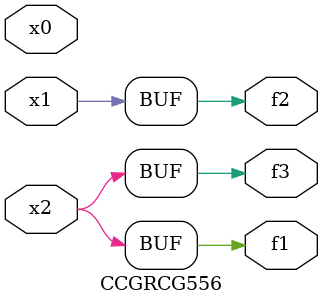
<source format=v>
module CCGRCG556(
	input x0, x1, x2,
	output f1, f2, f3
);
	assign f1 = x2;
	assign f2 = x1;
	assign f3 = x2;
endmodule

</source>
